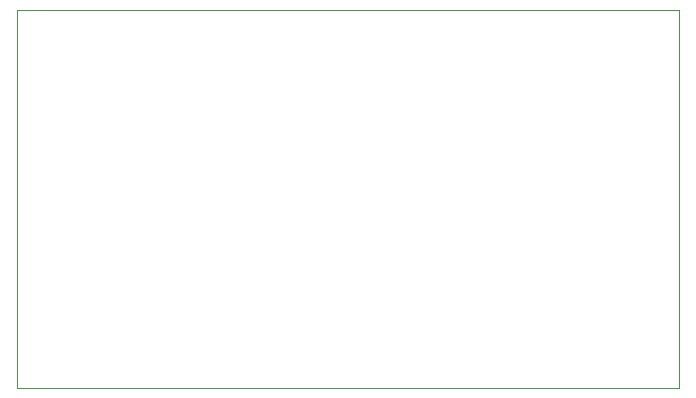
<source format=gm1>
G04 #@! TF.GenerationSoftware,KiCad,Pcbnew,7.0.7-7.0.7~ubuntu20.04.1*
G04 #@! TF.CreationDate,2023-10-03T21:57:07+02:00*
G04 #@! TF.ProjectId,msx-joydolphin-v1,6d73782d-6a6f-4796-946f-6c7068696e2d,v1*
G04 #@! TF.SameCoordinates,Original*
G04 #@! TF.FileFunction,Profile,NP*
%FSLAX46Y46*%
G04 Gerber Fmt 4.6, Leading zero omitted, Abs format (unit mm)*
G04 Created by KiCad (PCBNEW 7.0.7-7.0.7~ubuntu20.04.1) date 2023-10-03 21:57:07*
%MOMM*%
%LPD*%
G01*
G04 APERTURE LIST*
G04 #@! TA.AperFunction,Profile*
%ADD10C,0.100000*%
G04 #@! TD*
G04 APERTURE END LIST*
D10*
X41500000Y-36500000D02*
X97500000Y-36500000D01*
X97500000Y-68500000D01*
X41500000Y-68500000D01*
X41500000Y-36500000D01*
M02*

</source>
